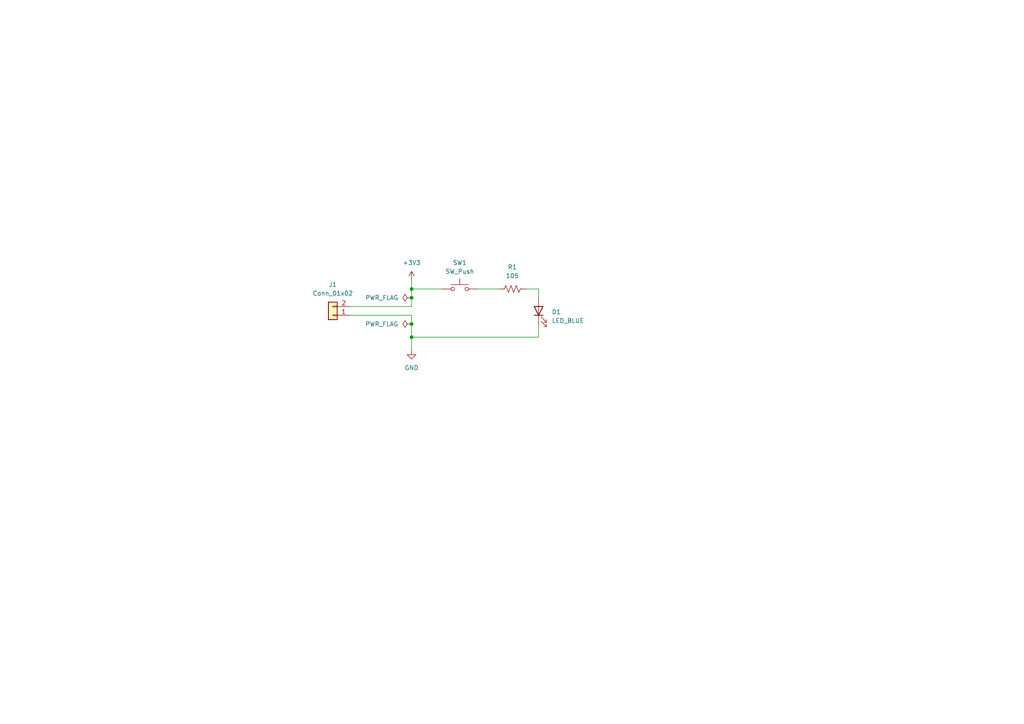
<source format=kicad_sch>
(kicad_sch (version 20230121) (generator eeschema)
  (paper "A4")
  (title_block (title "LED Project") (date "2023-09-15") (rev "1.0") (company "Illini Solar Car") (comment 1 "Designed By: Michael Shi"))
  (lib_symbols
    (symbol "Connector_Generic:Conn_01x02" (pin_names (offset 1.016) hide)
      (property "Reference" "J" (at 0 2.54 0))
      (property "Value" "Conn_01x02" (at 0 -5.08 0))
      (symbol "Conn_01x02_1_1"
        (rectangle (start -1.27 -2.413) (end 0 -2.667) (stroke (width 0.1524)))
        (rectangle (start -1.27 0.127) (end 0 -0.127) (stroke (width 0.1524)))
        (rectangle (start -1.27 1.27) (end 1.27 -3.81) (stroke (width 0.254)) (fill (type background)))
        (pin passive line (at -5.08 0 0) (length 3.81) (name "Pin_1") (number "1"))
        (pin passive line (at -5.08 -2.54 0) (length 3.81) (name "Pin_2") (number "2"))
      )
    )
    (symbol "Switch:SW_Push" (pin_numbers hide) (pin_names (offset 1.016) hide)
      (property "Reference" "SW" (at 1.27 2.54 0))
      (property "Value" "SW_Push" (at 0 -1.524 0))
      (symbol "SW_Push_0_1"
        (circle (center -2.032 0) (radius 0.508))
        (polyline (pts (xy 0 1.27) (xy 0 3.048)))
        (polyline (pts (xy 2.54 1.27) (xy -2.54 1.27)))
        (circle (center 2.032 0) (radius 0.508))
        (pin passive line (at -5.08 0 0) (length 2.54) (name "1") (number "1"))
        (pin passive line (at 5.08 0 180) (length 2.54) (name "2") (number "2"))
      )
    )
    (symbol "device:LED" (pin_numbers hide) (pin_names (offset 1.016) hide)
      (property "Reference" "D" (at 0 2.54 0))
      (property "Value" "LED" (at 0 -2.54 0))
      (symbol "LED_0_1"
        (polyline (pts (xy -1.27 -1.27) (xy -1.27 1.27)) (stroke (width 0.254)))
        (polyline (pts (xy -1.27 0) (xy 1.27 0)))
        (polyline (pts (xy 1.27 -1.27) (xy 1.27 1.27) (xy -1.27 0) (xy 1.27 -1.27)) (stroke (width 0.254)))
        (polyline (pts (xy -3.048 -0.762) (xy -4.572 -2.286) (xy -3.81 -2.286) (xy -4.572 -2.286) (xy -4.572 -1.524)))
        (polyline (pts (xy -1.778 -0.762) (xy -3.302 -2.286) (xy -2.54 -2.286) (xy -3.302 -2.286) (xy -3.302 -1.524)))
      )
      (symbol "LED_1_1"
        (pin passive line (at -3.81 0 0) (length 2.54) (name "K") (number "1"))
        (pin passive line (at 3.81 0 180) (length 2.54) (name "A") (number "2"))
      )
    )
    (symbol "device:R_US" (pin_numbers hide) (pin_names (offset 0))
      (property "Reference" "R" (at 2.54 0 90))
      (property "Value" "R_US" (at -2.54 0 90))
      (symbol "R_US_0_1"
        (polyline (pts (xy 0 -2.286) (xy 0 -2.54)))
        (polyline (pts (xy 0 2.286) (xy 0 2.54)))
        (polyline (pts (xy 0 -0.762) (xy 1.016 -1.143) (xy 0 -1.524) (xy -1.016 -1.905) (xy 0 -2.286)))
        (polyline (pts (xy 0 0.762) (xy 1.016 0.381) (xy 0 0) (xy -1.016 -0.381) (xy 0 -0.762)))
        (polyline (pts (xy 0 2.286) (xy 1.016 1.905) (xy 0 1.524) (xy -1.016 1.143) (xy 0 0.762)))
      )
      (symbol "R_US_1_1"
        (pin passive line (at 0 3.81 270) (length 1.27) (name "~") (number "1"))
        (pin passive line (at 0 -3.81 90) (length 1.27) (name "~") (number "2"))
      )
    )
    (symbol "power:+3V3" (power) (pin_names (offset 0))
      (property "Value" "+3V3" (at 0 3.556 0))
      (symbol "+3V3_0_1"
        (polyline (pts (xy -0.762 1.27) (xy 0 2.54)))
        (polyline (pts (xy 0 0) (xy 0 2.54)))
        (polyline (pts (xy 0 2.54) (xy 0.762 1.27)))
      )
      (symbol "+3V3_1_1"
        (pin power_in line (at 0 0 90) (length 0) hide (name "+3V3") (number "1"))
      )
    )
    (symbol "power:GND" (power) (pin_names (offset 0))
      (property "Value" "GND" (at 0 -3.81 0))
      (symbol "GND_0_1"
        (polyline (pts (xy 0 0) (xy 0 -1.27) (xy 1.27 -1.27) (xy 0 -2.54) (xy -1.27 -1.27) (xy 0 -1.27)))
      )
      (symbol "GND_1_1"
        (pin power_in line (at 0 0 270) (length 0) hide (name "GND") (number "1"))
      )
    )
    (symbol "power:PWR_FLAG" (power) (pin_numbers hide) (pin_names (offset 0) hide)
      (property "Value" "PWR_FLAG" (at 0 3.81 0))
      (symbol "PWR_FLAG_0_0"
        (pin power_out line (at 0 0 90) (length 0) (name "pwr") (number "1"))
      )
      (symbol "PWR_FLAG_0_1"
        (polyline (pts (xy 0 0) (xy 0 1.27) (xy -1.016 1.905) (xy 0 2.54) (xy 1.016 1.905) (xy 0 1.27)))
      )
    )
  )
  (junction (at 119.38 97.79))
  (junction (at 119.38 86.36))
  (junction (at 119.38 83.82))
  (junction (at 119.38 93.98))
  (wire (pts (xy 119.38 97.79) (xy 119.38 101.6)))
  (wire (pts (xy 101.6 88.9) (xy 119.38 88.9)))
  (wire (pts (xy 152.4 83.82) (xy 156.21 83.82)))
  (wire (pts (xy 119.38 91.44) (xy 119.38 93.98)))
  (wire (pts (xy 101.6 91.44) (xy 119.38 91.44)))
  (wire (pts (xy 156.21 93.98) (xy 156.21 97.79)))
  (wire (pts (xy 119.38 83.82) (xy 119.38 81.28)))
  (wire (pts (xy 119.38 83.82) (xy 128.27 83.82)))
  (wire (pts (xy 119.38 88.9) (xy 119.38 86.36)))
  (wire (pts (xy 138.43 83.82) (xy 144.78 83.82)))
  (wire (pts (xy 119.38 93.98) (xy 119.38 97.79)))
  (wire (pts (xy 156.21 83.82) (xy 156.21 86.36)))
  (wire (pts (xy 156.21 97.79) (xy 119.38 97.79)))
  (wire (pts (xy 119.38 86.36) (xy 119.38 83.82)))
  (symbol (lib_id "device:LED") (at 156.21 90.17 90) (unit 1)
    (property "Reference" "D1" (at 160.02 90.4875 90) (effects (justify right)))
    (property "Value" "LED_BLUE" (at 160.02 93.0275 90) (effects (justify right)))
    (property "Footprint" "layout:LED_0603_Symbol_on_F.SilkS" (effects hide))
  )
  (symbol (lib_id "power:PWR_FLAG") (at 119.38 86.36 90) (unit 1)
    (property "Reference" "#FLG01" (effects hide))
    (property "Value" "PWR_FLAG" (at 115.57 86.36 90) (effects (justify left)))
  )
  (symbol (lib_id "Switch:SW_Push") (at 133.35 83.82 0) (unit 1)
    (property "Reference" "SW1" (at 133.35 76.2 0))
    (property "Value" "SW_Push" (at 133.35 78.74 0))
    (property "Footprint" "Button_Switch_SMD:SW_DIP_SPSTx01_Slide_6.7x4.1mm_W8.61mm_P2.54mm_LowProfile" (effects hide))
    (property "Datasheet" "https://www.te.com/usa-en/product-1825910-6.datasheet.pdf" (effects hide))
    (property "MPN" "1825910-6" (effects hide))
  )
  (symbol (lib_id "Connector_Generic:Conn_01x02") (at 96.52 91.44 180) (unit 1)
    (property "Reference" "J1" (at 96.52 82.55 0))
    (property "Value" "Conn_01x02" (at 96.52 85.09 0))
    (property "Footprint" "Connector_Molex:Molex_KK-254_AE-6410-02A_1x02_P2.54mm_Vertical" (effects hide))
    (property "Datasheet" "https://tools.molex.com/pdm_docs/sd/022272021_sd.pdf" (effects hide))
    (property "MPN" "022272021" (effects hide))
  )
  (symbol (lib_id "power:GND") (at 119.38 101.6 0) (unit 1)
    (property "Reference" "#PWR02" (effects hide))
    (property "Value" "GND" (at 119.38 106.68 0))
  )
  (symbol (lib_id "power:PWR_FLAG") (at 119.38 93.98 90) (unit 1)
    (property "Reference" "#FLG02" (effects hide))
    (property "Value" "PWR_FLAG" (at 115.57 93.98 90) (effects (justify left)))
  )
  (symbol (lib_id "device:R_US") (at 148.59 83.82 90) (unit 1)
    (property "Reference" "R1" (at 148.59 77.47 90))
    (property "Value" "105" (at 148.59 80.01 90))
    (property "Footprint" "Resistor_SMD:R_0603_1608Metric_Pad0.98x0.95mm_HandSolder" (effects hide))
  )
  (symbol (lib_id "power:+3V3") (at 119.38 81.28 0) (unit 1)
    (property "Reference" "#PWR01" (effects hide))
    (property "Value" "+3V3" (at 119.38 76.2 0))
  )
)
</source>
